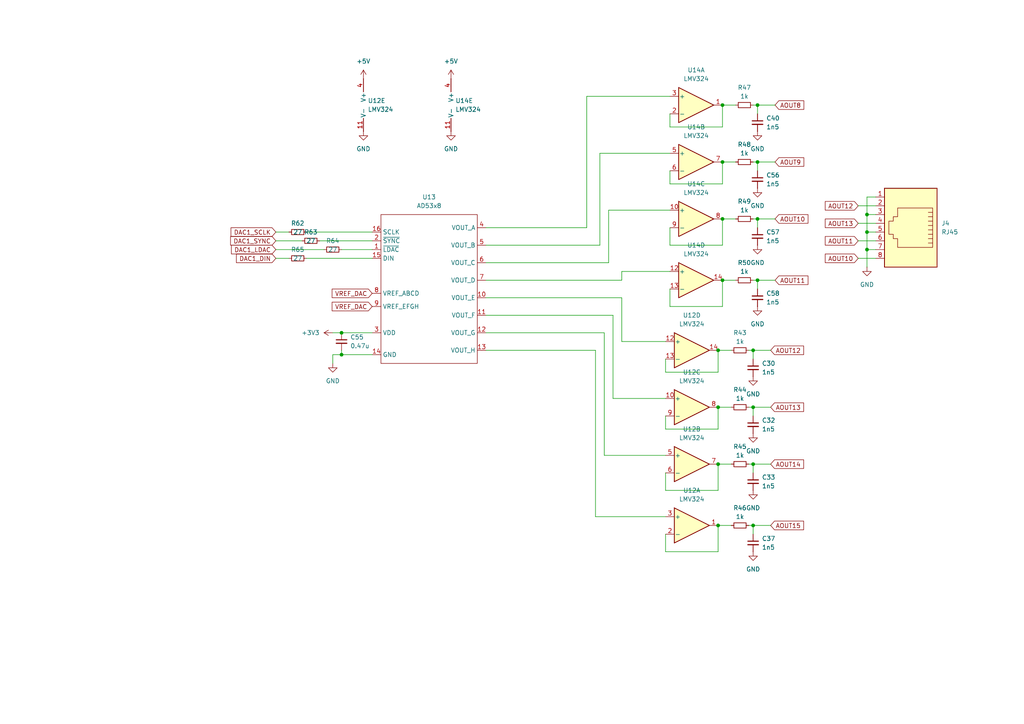
<source format=kicad_sch>
(kicad_sch (version 20231120) (generator "eeschema") (generator_version "8.0")
  (paper "A4")
  (lib_symbols
    (symbol "Amplifier_Operational:LMV324" (pin_names (offset 0.127))
      (property "Reference" "U" (at 0 5.08 0))
      (property "Value" "LMV324" (at 0 -5.08 0))
      (symbol "LMV324_1_1"
        (polyline (pts (xy -5.08 5.08) (xy 5.08 0) (xy -5.08 -5.08) (xy -5.08 5.08)) (stroke (width 0.254)) (fill (type background)))
        (pin output line (at 7.62 0 180) (length 2.54) (name "~") (number "1"))
        (pin input line (at -7.62 -2.54 0) (length 2.54) (name "-") (number "2"))
        (pin input line (at -7.62 2.54 0) (length 2.54) (name "+") (number "3"))
      )
      (symbol "LMV324_2_1"
        (polyline (pts (xy -5.08 5.08) (xy 5.08 0) (xy -5.08 -5.08) (xy -5.08 5.08)) (stroke (width 0.254)) (fill (type background)))
        (pin input line (at -7.62 2.54 0) (length 2.54) (name "+") (number "5"))
        (pin input line (at -7.62 -2.54 0) (length 2.54) (name "-") (number "6"))
        (pin output line (at 7.62 0 180) (length 2.54) (name "~") (number "7"))
      )
      (symbol "LMV324_3_1"
        (polyline (pts (xy -5.08 5.08) (xy 5.08 0) (xy -5.08 -5.08) (xy -5.08 5.08)) (stroke (width 0.254)) (fill (type background)))
        (pin input line (at -7.62 2.54 0) (length 2.54) (name "+") (number "10"))
        (pin output line (at 7.62 0 180) (length 2.54) (name "~") (number "8"))
        (pin input line (at -7.62 -2.54 0) (length 2.54) (name "-") (number "9"))
      )
      (symbol "LMV324_4_1"
        (polyline (pts (xy -5.08 5.08) (xy 5.08 0) (xy -5.08 -5.08) (xy -5.08 5.08)) (stroke (width 0.254)) (fill (type background)))
        (pin input line (at -7.62 2.54 0) (length 2.54) (name "+") (number "12"))
        (pin input line (at -7.62 -2.54 0) (length 2.54) (name "-") (number "13"))
        (pin output line (at 7.62 0 180) (length 2.54) (name "~") (number "14"))
      )
      (symbol "LMV324_5_1"
        (pin power_in line (at -2.54 -7.62 90) (length 3.81) (name "V-") (number "11"))
        (pin power_in line (at -2.54 7.62 270) (length 3.81) (name "V+") (number "4"))
      )
    )
    (symbol "Connector:RJ45" (pin_names (offset 1.016))
      (property "Reference" "J" (at -5.08 13.97 0))
      (property "Value" "RJ45" (at 2.54 13.97 0))
      (symbol "RJ45_0_1"
        (polyline (pts (xy -5.08 4.445) (xy -6.35 4.445)))
        (polyline (pts (xy -5.08 5.715) (xy -6.35 5.715)))
        (polyline (pts (xy -6.35 -3.175) (xy -5.08 -3.175) (xy -5.08 -3.175)))
        (polyline (pts (xy -6.35 -1.905) (xy -5.08 -1.905) (xy -5.08 -1.905)))
        (polyline (pts (xy -6.35 -0.635) (xy -5.08 -0.635) (xy -5.08 -0.635)))
        (polyline (pts (xy -6.35 0.635) (xy -5.08 0.635) (xy -5.08 0.635)))
        (polyline (pts (xy -6.35 1.905) (xy -5.08 1.905) (xy -5.08 1.905)))
        (polyline (pts (xy -5.08 3.175) (xy -6.35 3.175) (xy -6.35 3.175)))
        (polyline (pts (xy -6.35 -4.445) (xy -6.35 6.985) (xy 3.81 6.985) (xy 3.81 4.445) (xy 5.08 4.445) (xy 5.08 3.175) (xy 6.35 3.175) (xy 6.35 -0.635) (xy 5.08 -0.635) (xy 5.08 -1.905) (xy 3.81 -1.905) (xy 3.81 -4.445) (xy -6.35 -4.445) (xy -6.35 -4.445)))
        (rectangle (start 7.62 12.7) (end -7.62 -10.16) (stroke (width 0.254)) (fill (type background)))
      )
      (symbol "RJ45_1_1"
        (pin passive line (at 10.16 -7.62 180) (length 2.54) (name "~") (number "1"))
        (pin passive line (at 10.16 -5.08 180) (length 2.54) (name "~") (number "2"))
        (pin passive line (at 10.16 -2.54 180) (length 2.54) (name "~") (number "3"))
        (pin passive line (at 10.16 0 180) (length 2.54) (name "~") (number "4"))
        (pin passive line (at 10.16 2.54 180) (length 2.54) (name "~") (number "5"))
        (pin passive line (at 10.16 5.08 180) (length 2.54) (name "~") (number "6"))
        (pin passive line (at 10.16 7.62 180) (length 2.54) (name "~") (number "7"))
        (pin passive line (at 10.16 10.16 180) (length 2.54) (name "~") (number "8"))
      )
    )
    (symbol "Device:C_Small" (pin_numbers hide) (pin_names (offset 0.254) hide)
      (property "Reference" "C" (at 0.254 1.778 0))
      (property "Value" "C_Small" (at 0.254 -2.032 0))
      (symbol "C_Small_0_1"
        (polyline (pts (xy -1.524 -0.508) (xy 1.524 -0.508)) (stroke (width 0.3302)))
        (polyline (pts (xy -1.524 0.508) (xy 1.524 0.508)) (stroke (width 0.3048)))
      )
      (symbol "C_Small_1_1"
        (pin passive line (at 0 2.54 270) (length 2.032) (name "~") (number "1"))
        (pin passive line (at 0 -2.54 90) (length 2.032) (name "~") (number "2"))
      )
    )
    (symbol "Device:R_Small" (pin_numbers hide) (pin_names (offset 0.254) hide)
      (property "Reference" "R" (at 0.762 0.508 0))
      (property "Value" "R_Small" (at 0.762 -1.016 0))
      (symbol "R_Small_0_1"
        (rectangle (start -0.762 1.778) (end 0.762 -1.778) (stroke (width 0.2032)))
      )
      (symbol "R_Small_1_1"
        (pin passive line (at 0 2.54 270) (length 0.762) (name "~") (number "1"))
        (pin passive line (at 0 -2.54 90) (length 0.762) (name "~") (number "2"))
      )
    )
    (symbol "power:+3V3" (power) (pin_numbers hide) (pin_names (offset 0) hide)
      (property "Value" "+3V3" (at 0 3.556 0))
      (symbol "+3V3_0_1"
        (polyline (pts (xy -0.762 1.27) (xy 0 2.54)))
        (polyline (pts (xy 0 0) (xy 0 2.54)))
        (polyline (pts (xy 0 2.54) (xy 0.762 1.27)))
      )
      (symbol "+3V3_1_1"
        (pin power_in line (at 0 0 90) (length 0) (name "~") (number "1"))
      )
    )
    (symbol "power:+5V" (power) (pin_numbers hide) (pin_names (offset 0) hide)
      (property "Value" "+5V" (at 0 3.556 0))
      (symbol "+5V_0_1"
        (polyline (pts (xy -0.762 1.27) (xy 0 2.54)))
        (polyline (pts (xy 0 0) (xy 0 2.54)))
        (polyline (pts (xy 0 2.54) (xy 0.762 1.27)))
      )
      (symbol "+5V_1_1"
        (pin power_in line (at 0 0 90) (length 0) (name "~") (number "1"))
      )
    )
    (symbol "power:GND" (power) (pin_numbers hide) (pin_names (offset 0) hide)
      (property "Value" "GND" (at 0 -3.81 0))
      (symbol "GND_0_1"
        (polyline (pts (xy 0 0) (xy 0 -1.27) (xy 1.27 -1.27) (xy 0 -2.54) (xy -1.27 -1.27) (xy 0 -1.27)))
      )
      (symbol "GND_1_1"
        (pin power_in line (at 0 0 270) (length 0) (name "~") (number "1"))
      )
    )
    (symbol "user_dac:ad5328"
      (property "Reference" "U" (at -11.938 9.906 0))
      (property "Value" "AD53x8" (at 0 0 0))
      (symbol "ad5328_0_0"
        (pin unspecified line (at 17.78 -16.51 180) (length 2.54) (name "VOUT_E") (number "10"))
        (pin unspecified line (at 17.78 -21.59 180) (length 2.54) (name "VOUT_F") (number "11"))
        (pin unspecified line (at 17.78 -26.67 180) (length 2.54) (name "VOUT_G") (number "12"))
        (pin unspecified line (at 17.78 -31.75 180) (length 2.54) (name "VOUT_H") (number "13"))
        (pin power_in line (at -15.24 -33.02 0) (length 2.54) (name "GND") (number "14"))
        (pin unspecified line (at -15.24 -5.08 0) (length 2.54) (name "DIN") (number "15"))
        (pin unspecified line (at -15.24 2.54 0) (length 2.54) (name "SCLK") (number "16"))
        (pin power_in line (at -15.24 -26.67 0) (length 2.54) (name "VDD") (number "3"))
        (pin unspecified line (at 17.78 3.81 180) (length 2.54) (name "VOUT_A") (number "4"))
        (pin unspecified line (at 17.78 -1.27 180) (length 2.54) (name "VOUT_B") (number "5"))
        (pin unspecified line (at 17.78 -6.35 180) (length 2.54) (name "VOUT_C") (number "6"))
        (pin unspecified line (at 17.78 -11.43 180) (length 2.54) (name "VOUT_D") (number "7"))
        (pin unspecified line (at -15.24 -15.24 0) (length 2.54) (name "VREF_ABCD") (number "8"))
        (pin unspecified line (at -15.24 -19.05 0) (length 2.54) (name "VREF_EFGH") (number "9"))
      )
      (symbol "ad5328_0_1"
        (rectangle (start -12.7 7.62) (end 15.24 -35.56))
      )
      (symbol "ad5328_1_0"
        (pin unspecified line (at -15.24 -2.54 0) (length 2.54) (name "~{LDAC}") (number "1"))
        (pin unspecified line (at -15.24 0 0) (length 2.54) (name "~{SYNC}") (number "2"))
      )
    )
  )
  (junction (at 209.55 46.99))
  (junction (at 208.28 118.11))
  (junction (at 218.44 152.4))
  (junction (at 251.46 67.31))
  (junction (at 209.55 63.5))
  (junction (at 219.71 46.99))
  (junction (at 219.71 63.5))
  (junction (at 208.28 101.6))
  (junction (at 251.46 62.23))
  (junction (at 208.28 134.62))
  (junction (at 219.71 81.28))
  (junction (at 99.06 96.52))
  (junction (at 99.06 102.87))
  (junction (at 251.46 72.39))
  (junction (at 218.44 101.6))
  (junction (at 219.71 30.48))
  (junction (at 209.55 30.48))
  (junction (at 208.28 152.4))
  (junction (at 218.44 134.62))
  (junction (at 209.55 81.28))
  (junction (at 218.44 118.11))
  (wire (pts (xy 209.55 36.83) (xy 209.55 30.48)))
  (wire (pts (xy 194.31 53.34) (xy 209.55 53.34)))
  (wire (pts (xy 194.31 36.83) (xy 209.55 36.83)))
  (wire (pts (xy 140.97 81.28) (xy 180.34 81.28)))
  (wire (pts (xy 194.31 33.02) (xy 194.31 36.83)))
  (wire (pts (xy 248.92 64.77) (xy 254 64.77)))
  (wire (pts (xy 177.8 91.44) (xy 177.8 115.57)))
  (wire (pts (xy 219.71 81.28) (xy 224.79 81.28)))
  (wire (pts (xy 99.06 72.39) (xy 107.95 72.39)))
  (wire (pts (xy 96.52 96.52) (xy 99.06 96.52)))
  (wire (pts (xy 194.31 83.82) (xy 194.31 88.9)))
  (wire (pts (xy 218.44 154.94) (xy 218.44 152.4)))
  (wire (pts (xy 218.44 152.4) (xy 223.52 152.4)))
  (wire (pts (xy 194.31 66.04) (xy 194.31 71.12)))
  (wire (pts (xy 218.44 118.11) (xy 223.52 118.11)))
  (wire (pts (xy 218.44 101.6) (xy 217.17 101.6)))
  (wire (pts (xy 180.34 99.06) (xy 193.04 99.06)))
  (wire (pts (xy 177.8 115.57) (xy 193.04 115.57)))
  (wire (pts (xy 248.92 69.85) (xy 254 69.85)))
  (wire (pts (xy 219.71 81.28) (xy 218.44 81.28)))
  (wire (pts (xy 208.28 101.6) (xy 212.09 101.6)))
  (wire (pts (xy 140.97 101.6) (xy 172.72 101.6)))
  (wire (pts (xy 193.04 107.95) (xy 208.28 107.95)))
  (wire (pts (xy 208.28 152.4) (xy 212.09 152.4)))
  (wire (pts (xy 219.71 46.99) (xy 218.44 46.99)))
  (wire (pts (xy 193.04 142.24) (xy 208.28 142.24)))
  (wire (pts (xy 140.97 71.12) (xy 173.99 71.12)))
  (wire (pts (xy 218.44 104.14) (xy 218.44 101.6)))
  (wire (pts (xy 175.26 96.52) (xy 175.26 132.08)))
  (wire (pts (xy 194.31 88.9) (xy 209.55 88.9)))
  (wire (pts (xy 193.04 124.46) (xy 208.28 124.46)))
  (wire (pts (xy 209.55 53.34) (xy 209.55 46.99)))
  (wire (pts (xy 209.55 88.9) (xy 209.55 81.28)))
  (wire (pts (xy 176.53 60.96) (xy 194.31 60.96)))
  (wire (pts (xy 218.44 137.16) (xy 218.44 134.62)))
  (wire (pts (xy 99.06 102.87) (xy 96.52 102.87)))
  (wire (pts (xy 193.04 160.02) (xy 208.28 160.02)))
  (wire (pts (xy 219.71 63.5) (xy 218.44 63.5)))
  (wire (pts (xy 180.34 78.74) (xy 194.31 78.74)))
  (wire (pts (xy 219.71 49.53) (xy 219.71 46.99)))
  (wire (pts (xy 251.46 77.47) (xy 251.46 72.39)))
  (wire (pts (xy 140.97 96.52) (xy 175.26 96.52)))
  (wire (pts (xy 176.53 76.2) (xy 176.53 60.96)))
  (wire (pts (xy 140.97 86.36) (xy 180.34 86.36)))
  (wire (pts (xy 180.34 81.28) (xy 180.34 78.74)))
  (wire (pts (xy 170.18 27.94) (xy 194.31 27.94)))
  (wire (pts (xy 218.44 120.65) (xy 218.44 118.11)))
  (wire (pts (xy 80.01 74.93) (xy 83.82 74.93)))
  (wire (pts (xy 140.97 91.44) (xy 177.8 91.44)))
  (wire (pts (xy 209.55 46.99) (xy 213.36 46.99)))
  (wire (pts (xy 251.46 62.23) (xy 254 62.23)))
  (wire (pts (xy 251.46 72.39) (xy 251.46 67.31)))
  (wire (pts (xy 251.46 57.15) (xy 254 57.15)))
  (wire (pts (xy 251.46 72.39) (xy 254 72.39)))
  (wire (pts (xy 219.71 30.48) (xy 218.44 30.48)))
  (wire (pts (xy 248.92 74.93) (xy 254 74.93)))
  (wire (pts (xy 99.06 101.6) (xy 99.06 102.87)))
  (wire (pts (xy 193.04 154.94) (xy 193.04 160.02)))
  (wire (pts (xy 173.99 44.45) (xy 173.99 71.12)))
  (wire (pts (xy 219.71 46.99) (xy 224.79 46.99)))
  (wire (pts (xy 209.55 63.5) (xy 213.36 63.5)))
  (wire (pts (xy 219.71 30.48) (xy 224.79 30.48)))
  (wire (pts (xy 251.46 67.31) (xy 254 67.31)))
  (wire (pts (xy 140.97 66.04) (xy 170.18 66.04)))
  (wire (pts (xy 80.01 67.31) (xy 83.82 67.31)))
  (wire (pts (xy 172.72 149.86) (xy 193.04 149.86)))
  (wire (pts (xy 208.28 160.02) (xy 208.28 152.4)))
  (wire (pts (xy 218.44 134.62) (xy 223.52 134.62)))
  (wire (pts (xy 208.28 124.46) (xy 208.28 118.11)))
  (wire (pts (xy 208.28 142.24) (xy 208.28 134.62)))
  (wire (pts (xy 173.99 44.45) (xy 194.31 44.45)))
  (wire (pts (xy 218.44 152.4) (xy 217.17 152.4)))
  (wire (pts (xy 193.04 104.14) (xy 193.04 107.95)))
  (wire (pts (xy 251.46 67.31) (xy 251.46 62.23)))
  (wire (pts (xy 218.44 101.6) (xy 223.52 101.6)))
  (wire (pts (xy 218.44 118.11) (xy 217.17 118.11)))
  (wire (pts (xy 209.55 71.12) (xy 209.55 63.5)))
  (wire (pts (xy 170.18 27.94) (xy 170.18 66.04)))
  (wire (pts (xy 99.06 96.52) (xy 107.95 96.52)))
  (wire (pts (xy 208.28 107.95) (xy 208.28 101.6)))
  (wire (pts (xy 219.71 63.5) (xy 224.79 63.5)))
  (wire (pts (xy 194.31 71.12) (xy 209.55 71.12)))
  (wire (pts (xy 88.9 67.31) (xy 107.95 67.31)))
  (wire (pts (xy 219.71 33.02) (xy 219.71 30.48)))
  (wire (pts (xy 219.71 83.82) (xy 219.71 81.28)))
  (wire (pts (xy 175.26 132.08) (xy 193.04 132.08)))
  (wire (pts (xy 193.04 137.16) (xy 193.04 142.24)))
  (wire (pts (xy 209.55 30.48) (xy 213.36 30.48)))
  (wire (pts (xy 248.92 59.69) (xy 254 59.69)))
  (wire (pts (xy 80.01 69.85) (xy 87.63 69.85)))
  (wire (pts (xy 92.71 69.85) (xy 107.95 69.85)))
  (wire (pts (xy 180.34 86.36) (xy 180.34 99.06)))
  (wire (pts (xy 219.71 66.04) (xy 219.71 63.5)))
  (wire (pts (xy 208.28 118.11) (xy 212.09 118.11)))
  (wire (pts (xy 193.04 120.65) (xy 193.04 124.46)))
  (wire (pts (xy 107.95 102.87) (xy 99.06 102.87)))
  (wire (pts (xy 209.55 81.28) (xy 213.36 81.28)))
  (wire (pts (xy 172.72 101.6) (xy 172.72 149.86)))
  (wire (pts (xy 80.01 72.39) (xy 93.98 72.39)))
  (wire (pts (xy 194.31 49.53) (xy 194.31 53.34)))
  (wire (pts (xy 96.52 102.87) (xy 96.52 105.41)))
  (wire (pts (xy 218.44 134.62) (xy 217.17 134.62)))
  (wire (pts (xy 140.97 76.2) (xy 176.53 76.2)))
  (wire (pts (xy 208.28 134.62) (xy 212.09 134.62)))
  (wire (pts (xy 251.46 62.23) (xy 251.46 57.15)))
  (wire (pts (xy 88.9 74.93) (xy 107.95 74.93)))
  (global_label "AOUT13" (shape input) (at 248.92 64.77 180) (property "Intersheetrefs" "${INTERSHEET_REFS}" (effects (hide yes))))
  (global_label "AOUT12" (shape input) (at 223.52 101.6 0) (property "Intersheetrefs" "${INTERSHEET_REFS}" (effects (hide yes))))
  (global_label "DAC1_SCLK" (shape input) (at 80.01 67.31 180) (property "Intersheetrefs" "${INTERSHEET_REFS}" (effects (hide yes))))
  (global_label "VREF_DAC" (shape input) (at 107.95 85.09 180) (property "Intersheetrefs" "${INTERSHEET_REFS}" (effects (hide yes))))
  (global_label "AOUT11" (shape input) (at 248.92 69.85 180) (property "Intersheetrefs" "${INTERSHEET_REFS}" (effects (hide yes))))
  (global_label "AOUT9" (shape input) (at 224.79 46.99 0) (property "Intersheetrefs" "${INTERSHEET_REFS}" (effects (hide yes))))
  (global_label "VREF_DAC" (shape input) (at 107.95 88.9 180) (property "Intersheetrefs" "${INTERSHEET_REFS}" (effects (hide yes))))
  (global_label "DAC1_LDAC" (shape input) (at 80.01 72.39 180) (property "Intersheetrefs" "${INTERSHEET_REFS}" (effects (hide yes))))
  (global_label "AOUT13" (shape input) (at 223.52 118.11 0) (property "Intersheetrefs" "${INTERSHEET_REFS}" (effects (hide yes))))
  (global_label "AOUT12" (shape input) (at 248.92 59.69 180) (property "Intersheetrefs" "${INTERSHEET_REFS}" (effects (hide yes))))
  (global_label "AOUT11" (shape input) (at 224.79 81.28 0) (property "Intersheetrefs" "${INTERSHEET_REFS}" (effects (hide yes))))
  (global_label "AOUT8" (shape input) (at 224.79 30.48 0) (property "Intersheetrefs" "${INTERSHEET_REFS}" (effects (hide yes))))
  (global_label "AOUT10" (shape input) (at 248.92 74.93 180) (property "Intersheetrefs" "${INTERSHEET_REFS}" (effects (hide yes))))
  (global_label "AOUT15" (shape input) (at 223.52 152.4 0) (property "Intersheetrefs" "${INTERSHEET_REFS}" (effects (hide yes))))
  (global_label "AOUT14" (shape input) (at 223.52 134.62 0) (property "Intersheetrefs" "${INTERSHEET_REFS}" (effects (hide yes))))
  (global_label "DAC1_DIN" (shape input) (at 80.01 74.93 180) (property "Intersheetrefs" "${INTERSHEET_REFS}" (effects (hide yes))))
  (global_label "AOUT10" (shape input) (at 224.79 63.5 0) (property "Intersheetrefs" "${INTERSHEET_REFS}" (effects (hide yes))))
  (global_label "DAC1_SYNC" (shape input) (at 80.01 69.85 180) (property "Intersheetrefs" "${INTERSHEET_REFS}" (effects (hide yes))))
  (symbol (lib_id "Device:R_Small") (at 214.63 134.62 90) (unit 1)
    (property "Reference" "R45" (at 214.63 129.54 90))
    (property "Value" "1k" (at 214.63 132.08 90))
    (property "Footprint" "Resistor_SMD:R_0402_1005Metric" (effects (hide yes)))
    (property "JLCPCB" "C409681" (effects (hide yes)))
  )
  (symbol (lib_id "power:+5V") (at 105.41 22.86 0) (unit 1)
    (property "Reference" "#PWR066" (effects (hide yes)))
    (property "Value" "+5V" (at 105.41 17.78 0))
    (property "Description" "Power symbol creates a global label with name \"+5V\"" (effects (hide yes)))
  )
  (symbol (lib_id "Amplifier_Operational:LMV324") (at 200.66 101.6 0) (unit 4)
    (property "Reference" "U12" (at 200.66 91.44 0))
    (property "Value" "LMV324" (at 200.66 93.98 0))
    (property "Footprint" "Package_SO:TSSOP-14_4.4x5mm_P0.65mm" (effects (hide yes)))
    (property "Datasheet" "http://www.ti.com/lit/ds/symlink/lmv324.pdf" (effects (hide yes)))
    (property "Description" "Quad Low-Voltage Rail-to-Rail Output Operational Amplifier, SOIC-14/SSOP-14" (effects (hide yes)))
    (property "JLCPCB Part #" "C165067" (effects (hide yes)))
  )
  (symbol (lib_id "Amplifier_Operational:LMV324") (at 133.35 30.48 0) (unit 5)
    (property "Reference" "U14" (at 132.08 29.2099 0) (effects (justify left)))
    (property "Value" "LMV324" (at 132.08 31.7499 0) (effects (justify left)))
    (property "Footprint" "Package_SO:TSSOP-14_4.4x5mm_P0.65mm" (effects (hide yes)))
    (property "Datasheet" "http://www.ti.com/lit/ds/symlink/lmv324.pdf" (effects (hide yes)))
    (property "Description" "Quad Low-Voltage Rail-to-Rail Output Operational Amplifier, SOIC-14/SSOP-14" (effects (hide yes)))
  )
  (symbol (lib_id "power:GND") (at 219.71 54.61 0) (unit 1)
    (property "Reference" "#PWR098" (effects (hide yes)))
    (property "Value" "GND" (at 219.71 59.69 0))
    (property "Description" "Power symbol creates a global label with name \"GND\" , ground" (effects (hide yes)))
  )
  (symbol (lib_id "power:GND") (at 96.52 105.41 0) (unit 1)
    (property "Reference" "#PWR065" (effects (hide yes)))
    (property "Value" "GND" (at 96.52 110.49 0))
    (property "Description" "Power symbol creates a global label with name \"GND\" , ground" (effects (hide yes)))
    (instances (project "" (path "" (reference "#PWR065") (unit 1)) (path "" (reference "#PWR059") (unit 1))))
  )
  (symbol (lib_id "Device:C_Small") (at 218.44 157.48 0) (unit 1)
    (property "Reference" "C37" (at 220.98 156.2163 0) (effects (justify left)))
    (property "Value" "1n5" (at 220.98 158.7563 0) (effects (justify left)))
    (property "Footprint" "Capacitor_SMD:C_0402_1005Metric" (effects (hide yes)))
    (property "JLCPCB" "C106255" (effects (hide yes)))
  )
  (symbol (lib_id "Device:C_Small") (at 219.71 52.07 0) (unit 1)
    (property "Reference" "C56" (at 222.25 50.8063 0) (effects (justify left)))
    (property "Value" "1n5" (at 222.25 53.3463 0) (effects (justify left)))
    (property "Footprint" "Capacitor_SMD:C_0402_1005Metric" (effects (hide yes)))
    (property "JLCPCB" "C106255" (effects (hide yes)))
  )
  (symbol (lib_id "Amplifier_Operational:LMV324") (at 200.66 152.4 0) (unit 1)
    (property "Reference" "U12" (at 200.66 142.24 0))
    (property "Value" "LMV324" (at 200.66 144.78 0))
    (property "Footprint" "Package_SO:TSSOP-14_4.4x5mm_P0.65mm" (effects (hide yes)))
    (property "Datasheet" "http://www.ti.com/lit/ds/symlink/lmv324.pdf" (effects (hide yes)))
    (property "Description" "Quad Low-Voltage Rail-to-Rail Output Operational Amplifier, SOIC-14/SSOP-14" (effects (hide yes)))
    (property "JLCPCB Part #" "C165067" (effects (hide yes)))
  )
  (symbol (lib_id "Device:R_Small") (at 215.9 63.5 90) (unit 1)
    (property "Reference" "R49" (at 215.9 58.42 90))
    (property "Value" "1k" (at 215.9 60.96 90))
    (property "Footprint" "Resistor_SMD:R_0402_1005Metric" (effects (hide yes)))
    (property "JLCPCB" "C409681" (effects (hide yes)))
  )
  (symbol (lib_id "Amplifier_Operational:LMV324") (at 201.93 81.28 0) (unit 4)
    (property "Reference" "U14" (at 201.93 71.12 0))
    (property "Value" "LMV324" (at 201.93 73.66 0))
    (property "Footprint" "Package_SO:TSSOP-14_4.4x5mm_P0.65mm" (effects (hide yes)))
    (property "Datasheet" "http://www.ti.com/lit/ds/symlink/lmv324.pdf" (effects (hide yes)))
    (property "Description" "Quad Low-Voltage Rail-to-Rail Output Operational Amplifier, SOIC-14/SSOP-14" (effects (hide yes)))
  )
  (symbol (lib_id "Device:C_Small") (at 219.71 35.56 0) (unit 1)
    (property "Reference" "C40" (at 222.25 34.2963 0) (effects (justify left)))
    (property "Value" "1n5" (at 222.25 36.8363 0) (effects (justify left)))
    (property "Footprint" "Capacitor_SMD:C_0402_1005Metric" (effects (hide yes)))
    (property "JLCPCB" "C106255" (effects (hide yes)))
  )
  (symbol (lib_id "power:GND") (at 219.71 88.9 0) (unit 1)
    (property "Reference" "#PWR0100" (effects (hide yes)))
    (property "Value" "GND" (at 219.71 93.98 0))
    (property "Description" "Power symbol creates a global label with name \"GND\" , ground" (effects (hide yes)))
  )
  (symbol (lib_id "Device:C_Small") (at 99.06 99.06 0) (unit 1)
    (property "Reference" "C55" (at 101.6 97.7963 0) (effects (justify left)))
    (property "Value" "0.47u" (at 101.6 100.3363 0) (effects (justify left)))
    (property "Footprint" "Capacitor_SMD:C_0402_1005Metric" (effects (hide yes)))
    (property "JLCPCB" "C106255" (effects (hide yes)))
  )
  (symbol (lib_id "power:+3V3") (at 96.52 96.52 90) (unit 1)
    (property "Reference" "#PWR064" (effects (hide yes)))
    (property "Value" "+3V3" (at 92.71 96.5199 90) (effects (justify left)))
    (property "Description" "Power symbol creates a global label with name \"+3V3\"" (effects (hide yes)))
    (instances (project "" (path "" (reference "#PWR064") (unit 1)) (path "" (reference "#PWR058") (unit 1))))
  )
  (symbol (lib_id "Device:C_Small") (at 219.71 68.58 0) (unit 1)
    (property "Reference" "C57" (at 222.25 67.3163 0) (effects (justify left)))
    (property "Value" "1n5" (at 222.25 69.8563 0) (effects (justify left)))
    (property "Footprint" "Capacitor_SMD:C_0402_1005Metric" (effects (hide yes)))
    (property "JLCPCB" "C106255" (effects (hide yes)))
  )
  (symbol (lib_id "Device:R_Small") (at 215.9 46.99 90) (unit 1)
    (property "Reference" "R48" (at 215.9 41.91 90))
    (property "Value" "1k" (at 215.9 44.45 90))
    (property "Footprint" "Resistor_SMD:R_0402_1005Metric" (effects (hide yes)))
    (property "JLCPCB" "C409681" (effects (hide yes)))
  )
  (symbol (lib_id "Device:R_Small") (at 214.63 152.4 90) (unit 1)
    (property "Reference" "R46" (at 214.63 147.32 90))
    (property "Value" "1k" (at 214.63 149.86 90))
    (property "Footprint" "Resistor_SMD:R_0402_1005Metric" (effects (hide yes)))
    (property "JLCPCB" "C409681" (effects (hide yes)))
  )
  (symbol (lib_id "Amplifier_Operational:LMV324") (at 201.93 63.5 0) (unit 3)
    (property "Reference" "U14" (at 201.93 53.34 0))
    (property "Value" "LMV324" (at 201.93 55.88 0))
    (property "Footprint" "Package_SO:TSSOP-14_4.4x5mm_P0.65mm" (effects (hide yes)))
    (property "Datasheet" "http://www.ti.com/lit/ds/symlink/lmv324.pdf" (effects (hide yes)))
    (property "Description" "Quad Low-Voltage Rail-to-Rail Output Operational Amplifier, SOIC-14/SSOP-14" (effects (hide yes)))
  )
  (symbol (lib_id "Device:R_Small") (at 215.9 30.48 90) (unit 1)
    (property "Reference" "R47" (at 215.9 25.4 90))
    (property "Value" "1k" (at 215.9 27.94 90))
    (property "Footprint" "Resistor_SMD:R_0402_1005Metric" (effects (hide yes)))
    (property "JLCPCB" "C409681" (effects (hide yes)))
  )
  (symbol (lib_id "Amplifier_Operational:LMV324") (at 107.95 30.48 0) (unit 5)
    (property "Reference" "U12" (at 106.68 29.2099 0) (effects (justify left)))
    (property "Value" "LMV324" (at 106.68 31.7499 0) (effects (justify left)))
    (property "Footprint" "Package_SO:TSSOP-14_4.4x5mm_P0.65mm" (effects (hide yes)))
    (property "Datasheet" "http://www.ti.com/lit/ds/symlink/lmv324.pdf" (effects (hide yes)))
    (property "Description" "Quad Low-Voltage Rail-to-Rail Output Operational Amplifier, SOIC-14/SSOP-14" (effects (hide yes)))
    (property "JLCPCB Part #" "C165067" (effects (hide yes)))
  )
  (symbol (lib_id "Device:R_Small") (at 86.36 74.93 270) (unit 1)
    (property "Reference" "R65" (at 86.36 72.39 90))
    (property "Value" "27" (at 86.36 74.93 90))
    (property "Footprint" "Resistor_SMD:R_0402_1005Metric" (effects (hide yes)))
  )
  (symbol (lib_id "power:+5V") (at 130.81 22.86 0) (unit 1)
    (property "Reference" "#PWR062" (effects (hide yes)))
    (property "Value" "+5V" (at 130.81 17.78 0))
    (property "Description" "Power symbol creates a global label with name \"+5V\"" (effects (hide yes)))
    (instances (project "" (path "" (reference "#PWR062") (unit 1)) (path "" (reference "#PWR060") (unit 1))))
  )
  (symbol (lib_id "power:GND") (at 218.44 109.22 0) (unit 1)
    (property "Reference" "#PWR093" (effects (hide yes)))
    (property "Value" "GND" (at 218.44 114.3 0))
    (property "Description" "Power symbol creates a global label with name \"GND\" , ground" (effects (hide yes)))
  )
  (symbol (lib_id "power:GND") (at 218.44 125.73 0) (unit 1)
    (property "Reference" "#PWR094" (effects (hide yes)))
    (property "Value" "GND" (at 218.44 130.81 0))
    (property "Description" "Power symbol creates a global label with name \"GND\" , ground" (effects (hide yes)))
  )
  (symbol (lib_id "Device:R_Small") (at 215.9 81.28 90) (unit 1)
    (property "Reference" "R50" (at 215.9 76.2 90))
    (property "Value" "1k" (at 215.9 78.74 90))
    (property "Footprint" "Resistor_SMD:R_0402_1005Metric" (effects (hide yes)))
    (property "JLCPCB" "C409681" (effects (hide yes)))
  )
  (symbol (lib_id "Device:R_Small") (at 86.36 67.31 270) (unit 1)
    (property "Reference" "R62" (at 86.36 64.77 90))
    (property "Value" "27" (at 86.36 67.31 90))
    (property "Footprint" "Resistor_SMD:R_0402_1005Metric" (effects (hide yes)))
  )
  (symbol (lib_id "Amplifier_Operational:LMV324") (at 201.93 30.48 0) (unit 1)
    (property "Reference" "U14" (at 201.93 20.32 0))
    (property "Value" "LMV324" (at 201.93 22.86 0))
    (property "Footprint" "Package_SO:TSSOP-14_4.4x5mm_P0.65mm" (effects (hide yes)))
    (property "Datasheet" "http://www.ti.com/lit/ds/symlink/lmv324.pdf" (effects (hide yes)))
    (property "Description" "Quad Low-Voltage Rail-to-Rail Output Operational Amplifier, SOIC-14/SSOP-14" (effects (hide yes)))
  )
  (symbol (lib_id "Device:C_Small") (at 218.44 139.7 0) (unit 1)
    (property "Reference" "C33" (at 220.98 138.4363 0) (effects (justify left)))
    (property "Value" "1n5" (at 220.98 140.9763 0) (effects (justify left)))
    (property "Footprint" "Capacitor_SMD:C_0402_1005Metric" (effects (hide yes)))
    (property "JLCPCB" "C106255" (effects (hide yes)))
  )
  (symbol (lib_id "Device:R_Small") (at 214.63 101.6 90) (unit 1)
    (property "Reference" "R43" (at 214.63 96.52 90))
    (property "Value" "1k" (at 214.63 99.06 90))
    (property "Footprint" "Resistor_SMD:R_0402_1005Metric" (effects (hide yes)))
    (property "JLCPCB" "C409681" (effects (hide yes)))
  )
  (symbol (lib_id "Device:C_Small") (at 218.44 123.19 0) (unit 1)
    (property "Reference" "C32" (at 220.98 121.9263 0) (effects (justify left)))
    (property "Value" "1n5" (at 220.98 124.4663 0) (effects (justify left)))
    (property "Footprint" "Capacitor_SMD:C_0402_1005Metric" (effects (hide yes)))
    (property "JLCPCB" "C106255" (effects (hide yes)))
  )
  (symbol (lib_id "Device:C_Small") (at 219.71 86.36 0) (unit 1)
    (property "Reference" "C58" (at 222.25 85.0963 0) (effects (justify left)))
    (property "Value" "1n5" (at 222.25 87.6363 0) (effects (justify left)))
    (property "Footprint" "Capacitor_SMD:C_0402_1005Metric" (effects (hide yes)))
    (property "JLCPCB" "C106255" (effects (hide yes)))
  )
  (symbol (lib_id "Connector:RJ45") (at 264.16 64.77 180) (unit 1)
    (property "Reference" "J4" (at 273.05 64.7699 0) (effects (justify right)))
    (property "Value" "RJ45" (at 273.05 67.3099 0) (effects (justify right)))
    (property "Footprint" "Connector_RJ:RJ45_Ninigi_GE" (effects (hide yes)))
    (property "Description" "RJ connector, 8P8C (8 positions 8 connected)" (effects (hide yes)))
    (property "JLCPCB Part #" "C386758" (effects (hide yes)))
  )
  (symbol (lib_id "power:GND") (at 219.71 71.12 0) (unit 1)
    (property "Reference" "#PWR099" (effects (hide yes)))
    (property "Value" "GND" (at 219.71 76.2 0))
    (property "Description" "Power symbol creates a global label with name \"GND\" , ground" (effects (hide yes)))
  )
  (symbol (lib_id "power:GND") (at 130.81 38.1 0) (unit 1)
    (property "Reference" "#PWR063" (effects (hide yes)))
    (property "Value" "GND" (at 130.81 43.18 0))
    (property "Description" "Power symbol creates a global label with name \"GND\" , ground" (effects (hide yes)))
  )
  (symbol (lib_id "power:GND") (at 105.41 38.1 0) (unit 1)
    (property "Reference" "#PWR067" (effects (hide yes)))
    (property "Value" "GND" (at 105.41 43.18 0))
    (property "Description" "Power symbol creates a global label with name \"GND\" , ground" (effects (hide yes)))
  )
  (symbol (lib_id "power:GND") (at 251.46 77.47 0) (unit 1)
    (property "Reference" "#PWR073" (effects (hide yes)))
    (property "Value" "GND" (at 251.46 82.55 0))
    (property "Description" "Power symbol creates a global label with name \"GND\" , ground" (effects (hide yes)))
  )
  (symbol (lib_id "Device:R_Small") (at 90.17 69.85 270) (unit 1)
    (property "Reference" "R63" (at 90.17 67.31 90))
    (property "Value" "27" (at 90.17 69.85 90))
    (property "Footprint" "Resistor_SMD:R_0402_1005Metric" (effects (hide yes)))
  )
  (symbol (lib_id "power:GND") (at 218.44 142.24 0) (unit 1)
    (property "Reference" "#PWR095" (effects (hide yes)))
    (property "Value" "GND" (at 218.44 147.32 0))
    (property "Description" "Power symbol creates a global label with name \"GND\" , ground" (effects (hide yes)))
  )
  (symbol (lib_id "Device:C_Small") (at 218.44 106.68 0) (unit 1)
    (property "Reference" "C30" (at 220.98 105.4163 0) (effects (justify left)))
    (property "Value" "1n5" (at 220.98 107.9563 0) (effects (justify left)))
    (property "Footprint" "Capacitor_SMD:C_0402_1005Metric" (effects (hide yes)))
    (property "JLCPCB" "C106255" (effects (hide yes)))
  )
  (symbol (lib_id "user_dac:ad5328") (at 123.19 69.85 0) (unit 1)
    (property "Reference" "U13" (at 124.46 57.15 0))
    (property "Value" "AD53x8" (at 124.46 59.69 0))
    (property "Footprint" "Package_SO:TSSOP-16_4.4x5mm_P0.65mm" (effects (hide yes)))
    (property "Datasheet" "https://www.analog.com/media/en/technical-documentation/data-sheets/AD5308_5318_5328.pdf" (effects (hide yes)))
    (property "Description" "8-ch DAC" (effects (hide yes)))
    (property "JLCPCB Part #" "C578186" (effects (hide yes)))
    (instances (project "" (path "" (reference "U13") (unit 1)) (path "" (reference "U9") (unit 1))))
  )
  (symbol (lib_id "Amplifier_Operational:LMV324") (at 200.66 118.11 0) (unit 3)
    (property "Reference" "U12" (at 200.66 107.95 0))
    (property "Value" "LMV324" (at 200.66 110.49 0))
    (property "Footprint" "Package_SO:TSSOP-14_4.4x5mm_P0.65mm" (effects (hide yes)))
    (property "Datasheet" "http://www.ti.com/lit/ds/symlink/lmv324.pdf" (effects (hide yes)))
    (property "Description" "Quad Low-Voltage Rail-to-Rail Output Operational Amplifier, SOIC-14/SSOP-14" (effects (hide yes)))
    (property "JLCPCB Part #" "C165067" (effects (hide yes)))
  )
  (symbol (lib_id "power:GND") (at 218.44 160.02 0) (unit 1)
    (property "Reference" "#PWR096" (effects (hide yes)))
    (property "Value" "GND" (at 218.44 165.1 0))
    (property "Description" "Power symbol creates a global label with name \"GND\" , ground" (effects (hide yes)))
  )
  (symbol (lib_id "Amplifier_Operational:LMV324") (at 201.93 46.99 0) (unit 2)
    (property "Reference" "U14" (at 201.93 36.83 0))
    (property "Value" "LMV324" (at 201.93 39.37 0))
    (property "Footprint" "Package_SO:TSSOP-14_4.4x5mm_P0.65mm" (effects (hide yes)))
    (property "Datasheet" "http://www.ti.com/lit/ds/symlink/lmv324.pdf" (effects (hide yes)))
    (property "Description" "Quad Low-Voltage Rail-to-Rail Output Operational Amplifier, SOIC-14/SSOP-14" (effects (hide yes)))
  )
  (symbol (lib_id "power:GND") (at 219.71 38.1 0) (unit 1)
    (property "Reference" "#PWR097" (effects (hide yes)))
    (property "Value" "GND" (at 219.71 43.18 0))
    (property "Description" "Power symbol creates a global label with name \"GND\" , ground" (effects (hide yes)))
  )
  (symbol (lib_id "Device:R_Small") (at 96.52 72.39 270) (unit 1)
    (property "Reference" "R64" (at 96.52 69.85 90))
    (property "Value" "27" (at 96.52 72.39 90))
    (property "Footprint" "Resistor_SMD:R_0402_1005Metric" (effects (hide yes)))
  )
  (symbol (lib_id "Device:R_Small") (at 214.63 118.11 90) (unit 1)
    (property "Reference" "R44" (at 214.63 113.03 90))
    (property "Value" "1k" (at 214.63 115.57 90))
    (property "Footprint" "Resistor_SMD:R_0402_1005Metric" (effects (hide yes)))
    (property "JLCPCB" "C409681" (effects (hide yes)))
  )
  (symbol (lib_id "Amplifier_Operational:LMV324") (at 200.66 134.62 0) (unit 2)
    (property "Reference" "U12" (at 200.66 124.46 0))
    (property "Value" "LMV324" (at 200.66 127 0))
    (property "Footprint" "Package_SO:TSSOP-14_4.4x5mm_P0.65mm" (effects (hide yes)))
    (property "Datasheet" "http://www.ti.com/lit/ds/symlink/lmv324.pdf" (effects (hide yes)))
    (property "Description" "Quad Low-Voltage Rail-to-Rail Output Operational Amplifier, SOIC-14/SSOP-14" (effects (hide yes)))
    (property "JLCPCB Part #" "C165067" (effects (hide yes)))
  )
)
</source>
